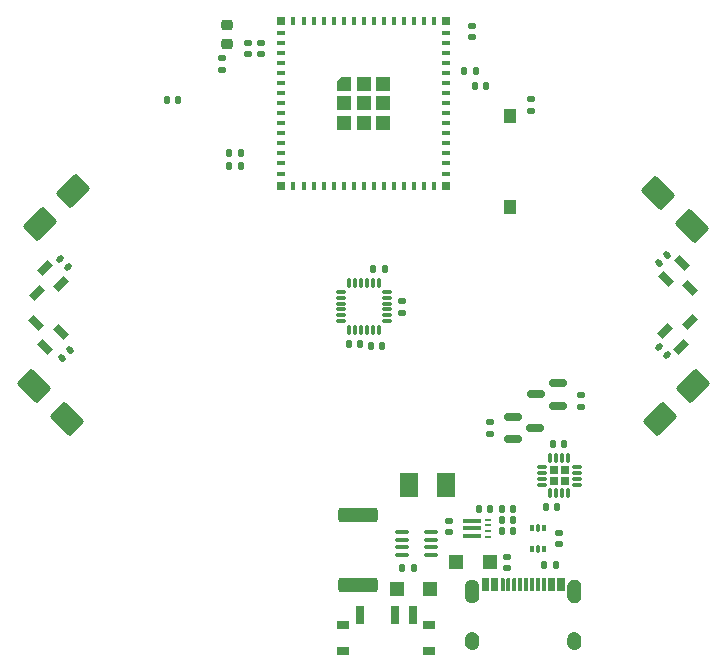
<source format=gtp>
G04 #@! TF.GenerationSoftware,KiCad,Pcbnew,9.0.3*
G04 #@! TF.CreationDate,2026-01-20T11:30:40+07:00*
G04 #@! TF.ProjectId,Mini_drone_PCB,4d696e69-5f64-4726-9f6e-655f5043422e,rev?*
G04 #@! TF.SameCoordinates,Original*
G04 #@! TF.FileFunction,Paste,Top*
G04 #@! TF.FilePolarity,Positive*
%FSLAX46Y46*%
G04 Gerber Fmt 4.6, Leading zero omitted, Abs format (unit mm)*
G04 Created by KiCad (PCBNEW 9.0.3) date 2026-01-20 11:30:40*
%MOMM*%
%LPD*%
G01*
G04 APERTURE LIST*
G04 Aperture macros list*
%AMRoundRect*
0 Rectangle with rounded corners*
0 $1 Rounding radius*
0 $2 $3 $4 $5 $6 $7 $8 $9 X,Y pos of 4 corners*
0 Add a 4 corners polygon primitive as box body*
4,1,4,$2,$3,$4,$5,$6,$7,$8,$9,$2,$3,0*
0 Add four circle primitives for the rounded corners*
1,1,$1+$1,$2,$3*
1,1,$1+$1,$4,$5*
1,1,$1+$1,$6,$7*
1,1,$1+$1,$8,$9*
0 Add four rect primitives between the rounded corners*
20,1,$1+$1,$2,$3,$4,$5,0*
20,1,$1+$1,$4,$5,$6,$7,0*
20,1,$1+$1,$6,$7,$8,$9,0*
20,1,$1+$1,$8,$9,$2,$3,0*%
%AMRotRect*
0 Rectangle, with rotation*
0 The origin of the aperture is its center*
0 $1 length*
0 $2 width*
0 $3 Rotation angle, in degrees counterclockwise*
0 Add horizontal line*
21,1,$1,$2,0,0,$3*%
%AMOutline5P*
0 Free polygon, 5 corners , with rotation*
0 The origin of the aperture is its center*
0 number of corners: always 5*
0 $1 to $10 corner X, Y*
0 $11 Rotation angle, in degrees counterclockwise*
0 create outline with 5 corners*
4,1,5,$1,$2,$3,$4,$5,$6,$7,$8,$9,$10,$1,$2,$11*%
%AMOutline6P*
0 Free polygon, 6 corners , with rotation*
0 The origin of the aperture is its center*
0 number of corners: always 6*
0 $1 to $12 corner X, Y*
0 $13 Rotation angle, in degrees counterclockwise*
0 create outline with 6 corners*
4,1,6,$1,$2,$3,$4,$5,$6,$7,$8,$9,$10,$11,$12,$1,$2,$13*%
%AMOutline7P*
0 Free polygon, 7 corners , with rotation*
0 The origin of the aperture is its center*
0 number of corners: always 7*
0 $1 to $14 corner X, Y*
0 $15 Rotation angle, in degrees counterclockwise*
0 create outline with 7 corners*
4,1,7,$1,$2,$3,$4,$5,$6,$7,$8,$9,$10,$11,$12,$13,$14,$1,$2,$15*%
%AMOutline8P*
0 Free polygon, 8 corners , with rotation*
0 The origin of the aperture is its center*
0 number of corners: always 8*
0 $1 to $16 corner X, Y*
0 $17 Rotation angle, in degrees counterclockwise*
0 create outline with 8 corners*
4,1,8,$1,$2,$3,$4,$5,$6,$7,$8,$9,$10,$11,$12,$13,$14,$15,$16,$1,$2,$17*%
G04 Aperture macros list end*
%ADD10C,0.000000*%
%ADD11RoundRect,0.140000X0.140000X0.170000X-0.140000X0.170000X-0.140000X-0.170000X0.140000X-0.170000X0*%
%ADD12R,1.000000X1.250000*%
%ADD13RoundRect,0.250000X-1.166726X0.247487X0.247487X-1.166726X1.166726X-0.247487X-0.247487X1.166726X0*%
%ADD14RoundRect,0.150000X-0.587500X-0.150000X0.587500X-0.150000X0.587500X0.150000X-0.587500X0.150000X0*%
%ADD15RoundRect,0.140000X-0.140000X-0.170000X0.140000X-0.170000X0.140000X0.170000X-0.140000X0.170000X0*%
%ADD16RoundRect,0.140000X0.170000X-0.140000X0.170000X0.140000X-0.170000X0.140000X-0.170000X-0.140000X0*%
%ADD17RoundRect,0.140000X-0.219203X-0.021213X-0.021213X-0.219203X0.219203X0.021213X0.021213X0.219203X0*%
%ADD18RoundRect,0.140000X0.021213X-0.219203X0.219203X-0.021213X-0.021213X0.219203X-0.219203X0.021213X0*%
%ADD19RoundRect,0.075000X-0.350000X-0.075000X0.350000X-0.075000X0.350000X0.075000X-0.350000X0.075000X0*%
%ADD20RoundRect,0.075000X0.075000X-0.350000X0.075000X0.350000X-0.075000X0.350000X-0.075000X-0.350000X0*%
%ADD21RoundRect,0.250000X0.247487X1.166726X-1.166726X-0.247487X-0.247487X-1.166726X1.166726X0.247487X0*%
%ADD22RotRect,1.250000X0.700000X315.000000*%
%ADD23RoundRect,0.250000X-0.247487X-1.166726X1.166726X0.247487X0.247487X1.166726X-1.166726X-0.247487X0*%
%ADD24RotRect,1.250000X0.700000X135.000000*%
%ADD25RotRect,1.250000X0.700000X45.000000*%
%ADD26RoundRect,0.140000X-0.170000X0.140000X-0.170000X-0.140000X0.170000X-0.140000X0.170000X0.140000X0*%
%ADD27R,1.200000X1.200000*%
%ADD28RoundRect,0.182500X-0.182500X0.182500X-0.182500X-0.182500X0.182500X-0.182500X0.182500X0.182500X0*%
%ADD29RoundRect,0.075000X-0.075000X0.312500X-0.075000X-0.312500X0.075000X-0.312500X0.075000X0.312500X0*%
%ADD30RoundRect,0.075000X-0.312500X0.075000X-0.312500X-0.075000X0.312500X-0.075000X0.312500X0.075000X0*%
%ADD31RoundRect,0.250000X1.425000X-0.362500X1.425000X0.362500X-1.425000X0.362500X-1.425000X-0.362500X0*%
%ADD32R,0.600000X0.250000*%
%ADD33O,0.600000X0.250000*%
%ADD34R,1.500000X0.300000*%
%ADD35R,0.550000X1.100000*%
%ADD36R,0.300000X1.100000*%
%ADD37RoundRect,0.093750X0.093750X-0.156250X0.093750X0.156250X-0.093750X0.156250X-0.093750X-0.156250X0*%
%ADD38RoundRect,0.075000X0.075000X-0.250000X0.075000X0.250000X-0.075000X0.250000X-0.075000X-0.250000X0*%
%ADD39RoundRect,0.140000X-0.021213X0.219203X-0.219203X0.021213X0.021213X-0.219203X0.219203X-0.021213X0*%
%ADD40O,1.252000X0.350000*%
%ADD41R,1.600000X2.000000*%
%ADD42RotRect,1.250000X0.700000X225.000000*%
%ADD43R,0.700000X1.500000*%
%ADD44R,1.000000X0.800000*%
%ADD45RoundRect,0.150000X0.587500X0.150000X-0.587500X0.150000X-0.587500X-0.150000X0.587500X-0.150000X0*%
%ADD46RoundRect,0.218750X0.256250X-0.218750X0.256250X0.218750X-0.256250X0.218750X-0.256250X-0.218750X0*%
%ADD47RoundRect,0.140000X0.219203X0.021213X0.021213X0.219203X-0.219203X-0.021213X-0.021213X-0.219203X0*%
%ADD48RoundRect,0.250000X1.166726X-0.247487X-0.247487X1.166726X-1.166726X0.247487X0.247487X-1.166726X0*%
%ADD49R,0.800000X0.400000*%
%ADD50R,0.400000X0.800000*%
%ADD51Outline5P,-0.600000X0.204000X-0.204000X0.600000X0.600000X0.600000X0.600000X-0.600000X-0.600000X-0.600000X0.000000*%
%ADD52R,0.800000X0.800000*%
G04 APERTURE END LIST*
D10*
G04 #@! TO.C,USB1*
G36*
X150600000Y-123986500D02*
G01*
X150000000Y-123986500D01*
X150000000Y-122886500D01*
X150600000Y-122886500D01*
X150600000Y-123986500D01*
G37*
G36*
X151400000Y-123986500D02*
G01*
X150800000Y-123986500D01*
X150800000Y-122886500D01*
X151400000Y-122886500D01*
X151400000Y-123986500D01*
G37*
G36*
X151900000Y-123986500D02*
G01*
X151600000Y-123986500D01*
X151600000Y-122886500D01*
X151900000Y-122886500D01*
X151900000Y-123986500D01*
G37*
G36*
X152400000Y-123986500D02*
G01*
X152100000Y-123986500D01*
X152100000Y-122886500D01*
X152400000Y-122886500D01*
X152400000Y-123986500D01*
G37*
G36*
X152900000Y-123986500D02*
G01*
X152600000Y-123986500D01*
X152600000Y-122886500D01*
X152900000Y-122886500D01*
X152900000Y-123986500D01*
G37*
G36*
X153400000Y-123986500D02*
G01*
X153100000Y-123986500D01*
X153100000Y-122886500D01*
X153400000Y-122886500D01*
X153400000Y-123986500D01*
G37*
G36*
X153900000Y-123986500D02*
G01*
X153600000Y-123986500D01*
X153600000Y-122886500D01*
X153900000Y-122886500D01*
X153900000Y-123986500D01*
G37*
G36*
X154400000Y-123986500D02*
G01*
X154100000Y-123986500D01*
X154100000Y-122886500D01*
X154400000Y-122886500D01*
X154400000Y-123986500D01*
G37*
G36*
X154900000Y-123986500D02*
G01*
X154600000Y-123986500D01*
X154600000Y-122886500D01*
X154900000Y-122886500D01*
X154900000Y-123986500D01*
G37*
G36*
X155400000Y-123986500D02*
G01*
X155100000Y-123986500D01*
X155100000Y-122886500D01*
X155400000Y-122886500D01*
X155400000Y-123986500D01*
G37*
G36*
X156200000Y-123986500D02*
G01*
X155600000Y-123986500D01*
X155600000Y-122886500D01*
X156200000Y-122886500D01*
X156200000Y-123986500D01*
G37*
G36*
X157000000Y-123986500D02*
G01*
X156400000Y-123986500D01*
X156400000Y-122886500D01*
X157000000Y-122886500D01*
X157000000Y-123986500D01*
G37*
G36*
X149220000Y-122988000D02*
G01*
X149249500Y-122991000D01*
X149279000Y-122995500D01*
X149308500Y-123001500D01*
X149337500Y-123009000D01*
X149366000Y-123017500D01*
X149394000Y-123028000D01*
X149422000Y-123039500D01*
X149449000Y-123052500D01*
X149475000Y-123067000D01*
X149500500Y-123082500D01*
X149525500Y-123099000D01*
X149549000Y-123117500D01*
X149572000Y-123136500D01*
X149594000Y-123157000D01*
X149615000Y-123178500D01*
X149634500Y-123200500D01*
X149653500Y-123224000D01*
X149670500Y-123248500D01*
X149687000Y-123273500D01*
X149702000Y-123299500D01*
X149715500Y-123326000D01*
X149728000Y-123353500D01*
X149739000Y-123381000D01*
X149748500Y-123409500D01*
X149756500Y-123438500D01*
X149763000Y-123467500D01*
X149768500Y-123497000D01*
X149772000Y-123526500D01*
X149774500Y-123556500D01*
X149775000Y-123586500D01*
X149775000Y-124386500D01*
X149774500Y-124416500D01*
X149772000Y-124446000D01*
X149768500Y-124476000D01*
X149763000Y-124505500D01*
X149756500Y-124534500D01*
X149748500Y-124563000D01*
X149739000Y-124591500D01*
X149728000Y-124619500D01*
X149715500Y-124646500D01*
X149702000Y-124673500D01*
X149687000Y-124699000D01*
X149670500Y-124724500D01*
X149653500Y-124748500D01*
X149634500Y-124772000D01*
X149615000Y-124794500D01*
X149594000Y-124816000D01*
X149572000Y-124836000D01*
X149549000Y-124855500D01*
X149525500Y-124873500D01*
X149500500Y-124890500D01*
X149475000Y-124906000D01*
X149449000Y-124920500D01*
X149422000Y-124933500D01*
X149394000Y-124945000D01*
X149366000Y-124955000D01*
X149337500Y-124964000D01*
X149308500Y-124971500D01*
X149279000Y-124977500D01*
X149249500Y-124981500D01*
X149220000Y-124984500D01*
X149190000Y-124986000D01*
X149160000Y-124986000D01*
X149130000Y-124984500D01*
X149100500Y-124981500D01*
X149071000Y-124977500D01*
X149041500Y-124971500D01*
X149012500Y-124964000D01*
X148984000Y-124955000D01*
X148956000Y-124945000D01*
X148928500Y-124933500D01*
X148901500Y-124920500D01*
X148875000Y-124906000D01*
X148849500Y-124890500D01*
X148825000Y-124873500D01*
X148801000Y-124855500D01*
X148778000Y-124836000D01*
X148756000Y-124816000D01*
X148735000Y-124794500D01*
X148715500Y-124772000D01*
X148696500Y-124748500D01*
X148679500Y-124724500D01*
X148663000Y-124699000D01*
X148648000Y-124673500D01*
X148634500Y-124646500D01*
X148622000Y-124619500D01*
X148611000Y-124591500D01*
X148601500Y-124563000D01*
X148593500Y-124534500D01*
X148587000Y-124505500D01*
X148581500Y-124476000D01*
X148578000Y-124446000D01*
X148576000Y-124416500D01*
X148575000Y-124386500D01*
X148575000Y-123586500D01*
X148576000Y-123556500D01*
X148578000Y-123526500D01*
X148581500Y-123497000D01*
X148587000Y-123467500D01*
X148593500Y-123438500D01*
X148601500Y-123409500D01*
X148611000Y-123381000D01*
X148622000Y-123353500D01*
X148634500Y-123326000D01*
X148648000Y-123299500D01*
X148663000Y-123273500D01*
X148679500Y-123248500D01*
X148696500Y-123224000D01*
X148715500Y-123200500D01*
X148735000Y-123178500D01*
X148756000Y-123157000D01*
X148778000Y-123136500D01*
X148801000Y-123117500D01*
X148825000Y-123099000D01*
X148849500Y-123082500D01*
X148875000Y-123067000D01*
X148901500Y-123052500D01*
X148928500Y-123039500D01*
X148956000Y-123028000D01*
X148984000Y-123017500D01*
X149012500Y-123009000D01*
X149041500Y-123001500D01*
X149071000Y-122995500D01*
X149100500Y-122991000D01*
X149130000Y-122988000D01*
X149160000Y-122986500D01*
X149190000Y-122986500D01*
X149220000Y-122988000D01*
G37*
G36*
X149220000Y-127438000D02*
G01*
X149249500Y-127441000D01*
X149279000Y-127445500D01*
X149308500Y-127451500D01*
X149337500Y-127459000D01*
X149366000Y-127468000D01*
X149394000Y-127478000D01*
X149422000Y-127489500D01*
X149449000Y-127502500D01*
X149475000Y-127517000D01*
X149500500Y-127532500D01*
X149525500Y-127549500D01*
X149549000Y-127567500D01*
X149572000Y-127586500D01*
X149594000Y-127607000D01*
X149615000Y-127628500D01*
X149634500Y-127651000D01*
X149653500Y-127674500D01*
X149670500Y-127698500D01*
X149687000Y-127723500D01*
X149702000Y-127749500D01*
X149715500Y-127776000D01*
X149728000Y-127803500D01*
X149739000Y-127831500D01*
X149748500Y-127859500D01*
X149756500Y-127888500D01*
X149763000Y-127917500D01*
X149768500Y-127947000D01*
X149772000Y-127977000D01*
X149774500Y-128006500D01*
X149775000Y-128036500D01*
X149775000Y-128336500D01*
X149774500Y-128366500D01*
X149772000Y-128396500D01*
X149768500Y-128426000D01*
X149763000Y-128455500D01*
X149756500Y-128484500D01*
X149748500Y-128513500D01*
X149739000Y-128541500D01*
X149728000Y-128569500D01*
X149715500Y-128597000D01*
X149702000Y-128623500D01*
X149687000Y-128649500D01*
X149670500Y-128674500D01*
X149653500Y-128699000D01*
X149634500Y-128722000D01*
X149615000Y-128744500D01*
X149594000Y-128766000D01*
X149572000Y-128786500D01*
X149549000Y-128805500D01*
X149525500Y-128823500D01*
X149500500Y-128840500D01*
X149475000Y-128856000D01*
X149449000Y-128870500D01*
X149422000Y-128883500D01*
X149394000Y-128895000D01*
X149366000Y-128905500D01*
X149337500Y-128914000D01*
X149308500Y-128921500D01*
X149279000Y-128927500D01*
X149249500Y-128932000D01*
X149220000Y-128935000D01*
X149190000Y-128936500D01*
X149160000Y-128936500D01*
X149130000Y-128935000D01*
X149100500Y-128932000D01*
X149071000Y-128927500D01*
X149041500Y-128921500D01*
X149012500Y-128914000D01*
X148984000Y-128905500D01*
X148956000Y-128895000D01*
X148928500Y-128883500D01*
X148901500Y-128870500D01*
X148875000Y-128856000D01*
X148849500Y-128840500D01*
X148825000Y-128823500D01*
X148801000Y-128805500D01*
X148778000Y-128786500D01*
X148756000Y-128766000D01*
X148735000Y-128744500D01*
X148715500Y-128722000D01*
X148696500Y-128699000D01*
X148679500Y-128674500D01*
X148663000Y-128649500D01*
X148648000Y-128623500D01*
X148634500Y-128597000D01*
X148622000Y-128569500D01*
X148611000Y-128541500D01*
X148601500Y-128513500D01*
X148593500Y-128484500D01*
X148587000Y-128455500D01*
X148581500Y-128426000D01*
X148578000Y-128396500D01*
X148576000Y-128366500D01*
X148575000Y-128336500D01*
X148575000Y-128036500D01*
X148576000Y-128006500D01*
X148578000Y-127977000D01*
X148581500Y-127947000D01*
X148587000Y-127917500D01*
X148593500Y-127888500D01*
X148601500Y-127859500D01*
X148611000Y-127831500D01*
X148622000Y-127803500D01*
X148634500Y-127776000D01*
X148648000Y-127749500D01*
X148663000Y-127723500D01*
X148679500Y-127698500D01*
X148696500Y-127674500D01*
X148715500Y-127651000D01*
X148735000Y-127628500D01*
X148756000Y-127607000D01*
X148778000Y-127586500D01*
X148801000Y-127567500D01*
X148825000Y-127549500D01*
X148849500Y-127532500D01*
X148875000Y-127517000D01*
X148901500Y-127502500D01*
X148928500Y-127489500D01*
X148956000Y-127478000D01*
X148984000Y-127468000D01*
X149012500Y-127459000D01*
X149041500Y-127451500D01*
X149071000Y-127445500D01*
X149100500Y-127441000D01*
X149130000Y-127438000D01*
X149160000Y-127436500D01*
X149190000Y-127436500D01*
X149220000Y-127438000D01*
G37*
G36*
X157870000Y-127438000D02*
G01*
X157899500Y-127441000D01*
X157929000Y-127445500D01*
X157958500Y-127451500D01*
X157987500Y-127459000D01*
X158016000Y-127468000D01*
X158044000Y-127478000D01*
X158071500Y-127489500D01*
X158098500Y-127502500D01*
X158125000Y-127517000D01*
X158150500Y-127532500D01*
X158175000Y-127549500D01*
X158199000Y-127567500D01*
X158222000Y-127586500D01*
X158244000Y-127607000D01*
X158265000Y-127628500D01*
X158284500Y-127651000D01*
X158303500Y-127674500D01*
X158320500Y-127698500D01*
X158337000Y-127723500D01*
X158352000Y-127749500D01*
X158365500Y-127776000D01*
X158378000Y-127803500D01*
X158389000Y-127831500D01*
X158398500Y-127859500D01*
X158406500Y-127888500D01*
X158413000Y-127917500D01*
X158418500Y-127947000D01*
X158422000Y-127977000D01*
X158424000Y-128006500D01*
X158425000Y-128036500D01*
X158425000Y-128336500D01*
X158424000Y-128366500D01*
X158422000Y-128396500D01*
X158418500Y-128426000D01*
X158413000Y-128455500D01*
X158406500Y-128484500D01*
X158398500Y-128513500D01*
X158389000Y-128541500D01*
X158378000Y-128569500D01*
X158365500Y-128597000D01*
X158352000Y-128623500D01*
X158337000Y-128649500D01*
X158320500Y-128674500D01*
X158303500Y-128699000D01*
X158284500Y-128722000D01*
X158265000Y-128744500D01*
X158244000Y-128766000D01*
X158222000Y-128786500D01*
X158199000Y-128805500D01*
X158175000Y-128823500D01*
X158150500Y-128840500D01*
X158125000Y-128856000D01*
X158098500Y-128870500D01*
X158071500Y-128883500D01*
X158044000Y-128895000D01*
X158016000Y-128905500D01*
X157987500Y-128914000D01*
X157958500Y-128921500D01*
X157929000Y-128927500D01*
X157899500Y-128932000D01*
X157870000Y-128935000D01*
X157840000Y-128936500D01*
X157810000Y-128936500D01*
X157780000Y-128935000D01*
X157750500Y-128932000D01*
X157721000Y-128927500D01*
X157691500Y-128921500D01*
X157662500Y-128914000D01*
X157634000Y-128905500D01*
X157606000Y-128895000D01*
X157578000Y-128883500D01*
X157551000Y-128870500D01*
X157525000Y-128856000D01*
X157499500Y-128840500D01*
X157474500Y-128823500D01*
X157451000Y-128805500D01*
X157428000Y-128786500D01*
X157406000Y-128766000D01*
X157385000Y-128744500D01*
X157365500Y-128722000D01*
X157346500Y-128699000D01*
X157329500Y-128674500D01*
X157313000Y-128649500D01*
X157298000Y-128623500D01*
X157284500Y-128597000D01*
X157272000Y-128569500D01*
X157261000Y-128541500D01*
X157251500Y-128513500D01*
X157243500Y-128484500D01*
X157237000Y-128455500D01*
X157231500Y-128426000D01*
X157228000Y-128396500D01*
X157225500Y-128366500D01*
X157225000Y-128336500D01*
X157225000Y-128036500D01*
X157225500Y-128006500D01*
X157228000Y-127977000D01*
X157231500Y-127947000D01*
X157237000Y-127917500D01*
X157243500Y-127888500D01*
X157251500Y-127859500D01*
X157261000Y-127831500D01*
X157272000Y-127803500D01*
X157284500Y-127776000D01*
X157298000Y-127749500D01*
X157313000Y-127723500D01*
X157329500Y-127698500D01*
X157346500Y-127674500D01*
X157365500Y-127651000D01*
X157385000Y-127628500D01*
X157406000Y-127607000D01*
X157428000Y-127586500D01*
X157451000Y-127567500D01*
X157474500Y-127549500D01*
X157499500Y-127532500D01*
X157525000Y-127517000D01*
X157551000Y-127502500D01*
X157578000Y-127489500D01*
X157606000Y-127478000D01*
X157634000Y-127468000D01*
X157662500Y-127459000D01*
X157691500Y-127451500D01*
X157721000Y-127445500D01*
X157750500Y-127441000D01*
X157780000Y-127438000D01*
X157810000Y-127436500D01*
X157840000Y-127436500D01*
X157870000Y-127438000D01*
G37*
G36*
X157870000Y-122988000D02*
G01*
X157899500Y-122991000D01*
X157929000Y-122995500D01*
X157958500Y-123001500D01*
X157987500Y-123009000D01*
X158016000Y-123017500D01*
X158044000Y-123028000D01*
X158071500Y-123039500D01*
X158098500Y-123052500D01*
X158125000Y-123067000D01*
X158150500Y-123082500D01*
X158175000Y-123099000D01*
X158199000Y-123117500D01*
X158222000Y-123136500D01*
X158244000Y-123157000D01*
X158265000Y-123178500D01*
X158284500Y-123200500D01*
X158303500Y-123224000D01*
X158320500Y-123248500D01*
X158337000Y-123273500D01*
X158352000Y-123299500D01*
X158365500Y-123326000D01*
X158378000Y-123353500D01*
X158389000Y-123381000D01*
X158398500Y-123409500D01*
X158406500Y-123438500D01*
X158413000Y-123467500D01*
X158418500Y-123497000D01*
X158422000Y-123526500D01*
X158424000Y-123556500D01*
X158425000Y-123586500D01*
X158425000Y-124386500D01*
X158424000Y-124416500D01*
X158422000Y-124446000D01*
X158418500Y-124476000D01*
X158413000Y-124505500D01*
X158406500Y-124534500D01*
X158398500Y-124563000D01*
X158389000Y-124591500D01*
X158378000Y-124619500D01*
X158365500Y-124646500D01*
X158352000Y-124673500D01*
X158337000Y-124699000D01*
X158320500Y-124724500D01*
X158303500Y-124748500D01*
X158284500Y-124772000D01*
X158265000Y-124794500D01*
X158244000Y-124816000D01*
X158222000Y-124836000D01*
X158199000Y-124855500D01*
X158175000Y-124873500D01*
X158150500Y-124890500D01*
X158125000Y-124906000D01*
X158098500Y-124920500D01*
X158071500Y-124933500D01*
X158044000Y-124945000D01*
X158016000Y-124955000D01*
X157987500Y-124964000D01*
X157958500Y-124971500D01*
X157929000Y-124977500D01*
X157899500Y-124981500D01*
X157870000Y-124984500D01*
X157840000Y-124986000D01*
X157810000Y-124986000D01*
X157780000Y-124984500D01*
X157750500Y-124981500D01*
X157721000Y-124977500D01*
X157691500Y-124971500D01*
X157662500Y-124964000D01*
X157634000Y-124955000D01*
X157606000Y-124945000D01*
X157578000Y-124933500D01*
X157551000Y-124920500D01*
X157525000Y-124906000D01*
X157499500Y-124890500D01*
X157474500Y-124873500D01*
X157451000Y-124855500D01*
X157428000Y-124836000D01*
X157406000Y-124816000D01*
X157385000Y-124794500D01*
X157365500Y-124772000D01*
X157346500Y-124748500D01*
X157329500Y-124724500D01*
X157313000Y-124699000D01*
X157298000Y-124673500D01*
X157284500Y-124646500D01*
X157272000Y-124619500D01*
X157261000Y-124591500D01*
X157251500Y-124563000D01*
X157243500Y-124534500D01*
X157237000Y-124505500D01*
X157231500Y-124476000D01*
X157228000Y-124446000D01*
X157225500Y-124416500D01*
X157225000Y-124386500D01*
X157225000Y-123586500D01*
X157225500Y-123556500D01*
X157228000Y-123526500D01*
X157231500Y-123497000D01*
X157237000Y-123467500D01*
X157243500Y-123438500D01*
X157251500Y-123409500D01*
X157261000Y-123381000D01*
X157272000Y-123353500D01*
X157284500Y-123326000D01*
X157298000Y-123299500D01*
X157313000Y-123273500D01*
X157329500Y-123248500D01*
X157346500Y-123224000D01*
X157365500Y-123200500D01*
X157385000Y-123178500D01*
X157406000Y-123157000D01*
X157428000Y-123136500D01*
X157451000Y-123117500D01*
X157474500Y-123099000D01*
X157499500Y-123082500D01*
X157525000Y-123067000D01*
X157551000Y-123052500D01*
X157578000Y-123039500D01*
X157606000Y-123028000D01*
X157634000Y-123017500D01*
X157662500Y-123009000D01*
X157691500Y-123001500D01*
X157721000Y-122995500D01*
X157750500Y-122991000D01*
X157780000Y-122988000D01*
X157810000Y-122986500D01*
X157840000Y-122986500D01*
X157870000Y-122988000D01*
G37*
G04 #@! TD*
D11*
G04 #@! TO.C,C4*
X139700000Y-103000000D03*
X138740000Y-103000000D03*
G04 #@! TD*
D12*
G04 #@! TO.C,SW1*
X152400000Y-91475000D03*
X152400000Y-83725000D03*
G04 #@! TD*
D13*
G04 #@! TO.C,D4*
X164935786Y-90235786D03*
X167764214Y-93064214D03*
G04 #@! TD*
D14*
G04 #@! TO.C,Q1*
X152662498Y-109200999D03*
X152662498Y-111100999D03*
X154537499Y-110150999D03*
G04 #@! TD*
D15*
G04 #@! TO.C,R1*
X151700132Y-116967486D03*
X152660132Y-116967486D03*
G04 #@! TD*
D16*
G04 #@! TO.C,C10*
X131300000Y-78480000D03*
X131300000Y-77520000D03*
G04 #@! TD*
D17*
G04 #@! TO.C,R14*
X114321178Y-95821178D03*
X115000000Y-96500000D03*
G04 #@! TD*
D18*
G04 #@! TO.C,R15*
X165010589Y-96139411D03*
X165689411Y-95460589D03*
G04 #@! TD*
D16*
G04 #@! TO.C,C1*
X147250000Y-118980000D03*
X147250000Y-118020000D03*
G04 #@! TD*
D19*
G04 #@! TO.C,U4*
X138061049Y-98607425D03*
X138061049Y-99107425D03*
X138061049Y-99607425D03*
X138061049Y-100107425D03*
X138061049Y-100607425D03*
X138061049Y-101107425D03*
D20*
X138761049Y-101807425D03*
X139261049Y-101807425D03*
X139761049Y-101807425D03*
X140261049Y-101807425D03*
X140761049Y-101807425D03*
X141261049Y-101807425D03*
D19*
X141961049Y-101107425D03*
X141961049Y-100607425D03*
X141961049Y-100107425D03*
X141961049Y-99607425D03*
X141961049Y-99107425D03*
X141961049Y-98607425D03*
D20*
X141261049Y-97907425D03*
X140761049Y-97907425D03*
X140261049Y-97907425D03*
X139761049Y-97907425D03*
X139261049Y-97907425D03*
X138761049Y-97907425D03*
G04 #@! TD*
D21*
G04 #@! TO.C,D3*
X115414214Y-90085786D03*
X112585786Y-92914214D03*
G04 #@! TD*
D16*
G04 #@! TO.C,C3*
X143200000Y-100380000D03*
X143200000Y-99420000D03*
G04 #@! TD*
D22*
G04 #@! TO.C,Q5*
X112985355Y-103328858D03*
X114328858Y-101985355D03*
X112242893Y-101242893D03*
G04 #@! TD*
D23*
G04 #@! TO.C,D6*
X165085786Y-109414214D03*
X167914214Y-106585786D03*
G04 #@! TD*
D24*
G04 #@! TO.C,Q4*
X166907538Y-96214035D03*
X165564035Y-97557538D03*
X167650000Y-98300000D03*
G04 #@! TD*
D25*
G04 #@! TO.C,Q3*
X114378858Y-97964645D03*
X113035355Y-96621142D03*
X112292893Y-98707107D03*
G04 #@! TD*
D11*
G04 #@! TO.C,C2*
X150680000Y-117000000D03*
X149720000Y-117000000D03*
G04 #@! TD*
D16*
G04 #@! TO.C,R7*
X152087215Y-122030219D03*
X152087215Y-121070219D03*
G04 #@! TD*
D26*
G04 #@! TO.C,R9*
X128000000Y-78840000D03*
X128000000Y-79800000D03*
G04 #@! TD*
D27*
G04 #@! TO.C,D8*
X145649999Y-123750000D03*
X142850001Y-123750000D03*
G04 #@! TD*
D15*
G04 #@! TO.C,R6*
X155290000Y-121750000D03*
X156250000Y-121750000D03*
G04 #@! TD*
D28*
G04 #@! TO.C,U5*
X157000000Y-113737500D03*
X156100000Y-113737500D03*
X157000000Y-114637500D03*
X156100000Y-114637500D03*
D29*
X157300000Y-112700000D03*
X156800000Y-112700000D03*
X156300000Y-112700000D03*
X155800000Y-112700000D03*
D30*
X155062500Y-113437500D03*
X155062500Y-113937500D03*
X155062500Y-114437500D03*
X155062500Y-114937500D03*
D29*
X155800000Y-115675000D03*
X156300000Y-115675000D03*
X156800000Y-115675000D03*
X157300000Y-115675000D03*
D30*
X158037500Y-114937500D03*
X158037500Y-114437500D03*
X158037500Y-113937500D03*
X158037500Y-113437500D03*
G04 #@! TD*
D15*
G04 #@! TO.C,R3*
X151696077Y-118887763D03*
X152656077Y-118887763D03*
G04 #@! TD*
D31*
G04 #@! TO.C,R13*
X139500000Y-123462500D03*
X139500000Y-117537500D03*
G04 #@! TD*
D27*
G04 #@! TO.C,D7*
X147850000Y-121500000D03*
X150650000Y-121500000D03*
G04 #@! TD*
D15*
G04 #@! TO.C,R12*
X149420000Y-81200000D03*
X150380000Y-81200000D03*
G04 #@! TD*
D11*
G04 #@! TO.C,R4*
X129580000Y-86900000D03*
X128620000Y-86900000D03*
G04 #@! TD*
G04 #@! TO.C,R5*
X129580000Y-88000000D03*
X128620000Y-88000000D03*
G04 #@! TD*
D32*
G04 #@! TO.C,U1*
X150500000Y-119400000D03*
D33*
X150498999Y-118899000D03*
X150498999Y-118401000D03*
X150498999Y-117900999D03*
D34*
X149149999Y-118049999D03*
X149149998Y-118650000D03*
X149149998Y-119250000D03*
G04 #@! TD*
D16*
G04 #@! TO.C,C13*
X149200000Y-77080000D03*
X149200000Y-76120000D03*
G04 #@! TD*
D35*
G04 #@! TO.C,USB1*
X150300000Y-123436500D03*
X151100000Y-123436500D03*
D36*
X151750000Y-123436500D03*
X152250000Y-123436500D03*
X152750000Y-123436500D03*
X153250000Y-123436500D03*
X153750000Y-123436500D03*
X154250000Y-123436500D03*
X154750000Y-123436500D03*
X155250000Y-123436500D03*
D35*
X155900000Y-123436500D03*
X156700000Y-123436500D03*
G04 #@! TD*
D15*
G04 #@! TO.C,C8*
X156020000Y-111475000D03*
X156980000Y-111475000D03*
G04 #@! TD*
D37*
G04 #@! TO.C,U7*
X154212500Y-120350000D03*
D38*
X154750000Y-120425000D03*
D37*
X155287500Y-120350000D03*
X155287500Y-118650000D03*
D38*
X154750000Y-118575000D03*
D37*
X154212500Y-118650000D03*
G04 #@! TD*
D11*
G04 #@! TO.C,C5*
X141580000Y-103200000D03*
X140620000Y-103200000D03*
G04 #@! TD*
D16*
G04 #@! TO.C,C11*
X130200000Y-78480000D03*
X130200000Y-77520000D03*
G04 #@! TD*
D39*
G04 #@! TO.C,R16*
X115139411Y-103510589D03*
X114460589Y-104189411D03*
G04 #@! TD*
D40*
G04 #@! TO.C,U6*
X143274000Y-118960000D03*
X143274000Y-119610000D03*
X143274000Y-120260000D03*
X143274000Y-120910000D03*
X145726000Y-120910000D03*
X145726000Y-120260000D03*
X145726000Y-119610000D03*
X145726000Y-118960000D03*
G04 #@! TD*
D26*
G04 #@! TO.C,C14*
X156500000Y-119020000D03*
X156500000Y-119980000D03*
G04 #@! TD*
D41*
G04 #@! TO.C,U2*
X143800000Y-115000000D03*
X147000000Y-115000000D03*
G04 #@! TD*
D15*
G04 #@! TO.C,C7*
X155420000Y-116800000D03*
X156380000Y-116800000D03*
G04 #@! TD*
D42*
G04 #@! TO.C,Q6*
X165520959Y-101935539D03*
X166864462Y-103279042D03*
X167606924Y-101193077D03*
G04 #@! TD*
D26*
G04 #@! TO.C,R10*
X158400000Y-107390998D03*
X158400000Y-108350998D03*
G04 #@! TD*
D11*
G04 #@! TO.C,C6*
X141780000Y-96700000D03*
X140820000Y-96700000D03*
G04 #@! TD*
D43*
G04 #@! TO.C,SW2*
X139650000Y-125950000D03*
X142650000Y-125950000D03*
X144150000Y-125950000D03*
D44*
X138250000Y-126850000D03*
X145550000Y-126850000D03*
X145550000Y-129050000D03*
X138250000Y-129050000D03*
G04 #@! TD*
D16*
G04 #@! TO.C,R11*
X150700000Y-110630999D03*
X150700000Y-109670999D03*
G04 #@! TD*
D45*
G04 #@! TO.C,Q2*
X156437500Y-108250000D03*
X156437500Y-106350000D03*
X154562499Y-107300000D03*
G04 #@! TD*
D46*
G04 #@! TO.C,D2*
X128400000Y-77600000D03*
X128400000Y-76024998D03*
G04 #@! TD*
D47*
G04 #@! TO.C,R17*
X165639411Y-103939411D03*
X164960589Y-103260589D03*
G04 #@! TD*
D15*
G04 #@! TO.C,C12*
X143270000Y-122000000D03*
X144230000Y-122000000D03*
G04 #@! TD*
D48*
G04 #@! TO.C,D5*
X114914214Y-109414214D03*
X112085786Y-106585786D03*
G04 #@! TD*
D11*
G04 #@! TO.C,C9*
X149480000Y-79900000D03*
X148520000Y-79900000D03*
G04 #@! TD*
D15*
G04 #@! TO.C,R2*
X151700132Y-117938641D03*
X152660132Y-117938641D03*
G04 #@! TD*
D49*
G04 #@! TO.C,U3*
X133000000Y-76700000D03*
X133000000Y-77550000D03*
X133000000Y-78400000D03*
X133000000Y-79250000D03*
X133000000Y-80100000D03*
X133000000Y-80950000D03*
X133000000Y-81800000D03*
X133000000Y-82650000D03*
X133000000Y-83500000D03*
X133000000Y-84350000D03*
X133000000Y-85200000D03*
X133000000Y-86050000D03*
X133000000Y-86900000D03*
X133000000Y-87750000D03*
X133000000Y-88600000D03*
D50*
X134050000Y-89650000D03*
X134900000Y-89650000D03*
X135750000Y-89650000D03*
X136600000Y-89650000D03*
X137450000Y-89650000D03*
X138300000Y-89650000D03*
X139150000Y-89650000D03*
X140000000Y-89650000D03*
X140850000Y-89650000D03*
X141700000Y-89650000D03*
X142550000Y-89650000D03*
X143400000Y-89650000D03*
X144250000Y-89650000D03*
X145100000Y-89650000D03*
X145950000Y-89650000D03*
D49*
X147000000Y-88600000D03*
X147000000Y-87750000D03*
X147000000Y-86900000D03*
X147000000Y-86050000D03*
X147000000Y-85200000D03*
X147000000Y-84350000D03*
X147000000Y-83500000D03*
X147000000Y-82650000D03*
X147000000Y-81800000D03*
X147000000Y-80950000D03*
X147000000Y-80100000D03*
X147000000Y-79250000D03*
X147000000Y-78400000D03*
X147000000Y-77550000D03*
X147000000Y-76700000D03*
D50*
X145950000Y-75650000D03*
X145100000Y-75650000D03*
X144250000Y-75650000D03*
X143400000Y-75650000D03*
X142550000Y-75650000D03*
X141700000Y-75650000D03*
X140850000Y-75650000D03*
X140000000Y-75650000D03*
X139150000Y-75650000D03*
X138300000Y-75650000D03*
X137450000Y-75650000D03*
X136600000Y-75650000D03*
X135750000Y-75650000D03*
X134900000Y-75650000D03*
X134050000Y-75650000D03*
D51*
X138350000Y-81000000D03*
D27*
X138350000Y-82650000D03*
X138350000Y-84300000D03*
X140000000Y-81000000D03*
X140000000Y-82650000D03*
X140000000Y-84300000D03*
X141650000Y-81000000D03*
X141650000Y-82650000D03*
X141650000Y-84300000D03*
D52*
X133000000Y-75650000D03*
X133000000Y-89650000D03*
X147000000Y-89650000D03*
X147000000Y-75650000D03*
G04 #@! TD*
D11*
G04 #@! TO.C,R8*
X123320000Y-82400000D03*
X124280000Y-82400000D03*
G04 #@! TD*
D16*
G04 #@! TO.C,R18*
X154200000Y-82320000D03*
X154200000Y-83280000D03*
G04 #@! TD*
M02*

</source>
